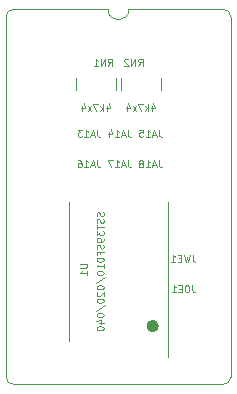
<source format=gbr>
%TF.GenerationSoftware,KiCad,Pcbnew,(5.1.5-0-10_14)*%
%TF.CreationDate,2021-03-11T16:13:23+01:00*%
%TF.ProjectId,C64-ROM-Adapter-LB,4336342d-524f-44d2-9d41-646170746572,1.1*%
%TF.SameCoordinates,Original*%
%TF.FileFunction,Legend,Bot*%
%TF.FilePolarity,Positive*%
%FSLAX46Y46*%
G04 Gerber Fmt 4.6, Leading zero omitted, Abs format (unit mm)*
G04 Created by KiCad (PCBNEW (5.1.5-0-10_14)) date 2021-03-11 16:13:23*
%MOMM*%
%LPD*%
G04 APERTURE LIST*
%ADD10C,0.050000*%
%ADD11C,0.120000*%
%ADD12C,0.500000*%
%ADD13C,0.100000*%
G04 APERTURE END LIST*
D10*
X122809000Y-48895000D02*
X130810000Y-48895000D01*
X122809000Y-48895000D02*
G75*
G02X121031000Y-48895000I-889000J0D01*
G01*
X131445000Y-80010000D02*
G75*
G02X130810000Y-80645000I-635000J0D01*
G01*
X113030000Y-80645000D02*
G75*
G02X112395000Y-80010000I0J635000D01*
G01*
X112395000Y-49530000D02*
G75*
G02X113030000Y-48895000I635000J0D01*
G01*
X130810000Y-48895000D02*
G75*
G02X131445000Y-49530000I0J-635000D01*
G01*
X112395000Y-80010000D02*
X112395000Y-49530000D01*
X130810000Y-80645000D02*
X113030000Y-80645000D01*
X131445000Y-49530000D02*
X131445000Y-80010000D01*
X113030000Y-48895000D02*
X121031000Y-48895000D01*
D11*
X118335000Y-55745000D02*
X118335000Y-54745000D01*
X121695000Y-55745000D02*
X121695000Y-54745000D01*
X117760000Y-71120000D02*
X117760000Y-65220000D01*
X117760000Y-71120000D02*
X117760000Y-77020000D01*
X126080000Y-71120000D02*
X126080000Y-65220000D01*
X126080000Y-71120000D02*
X126080000Y-78320000D01*
D12*
X125102843Y-75720000D02*
G75*
G03X125102843Y-75720000I-282843J0D01*
G01*
D11*
X122145000Y-55745000D02*
X122145000Y-54745000D01*
X125505000Y-55745000D02*
X125505000Y-54745000D01*
D13*
X121014285Y-53671428D02*
X121214285Y-53385714D01*
X121357142Y-53671428D02*
X121357142Y-53071428D01*
X121128571Y-53071428D01*
X121071428Y-53100000D01*
X121042857Y-53128571D01*
X121014285Y-53185714D01*
X121014285Y-53271428D01*
X121042857Y-53328571D01*
X121071428Y-53357142D01*
X121128571Y-53385714D01*
X121357142Y-53385714D01*
X120757142Y-53671428D02*
X120757142Y-53071428D01*
X120414285Y-53671428D01*
X120414285Y-53071428D01*
X119814285Y-53671428D02*
X120157142Y-53671428D01*
X119985714Y-53671428D02*
X119985714Y-53071428D01*
X120042857Y-53157142D01*
X120100000Y-53214285D01*
X120157142Y-53242857D01*
X120942857Y-57071428D02*
X120942857Y-57471428D01*
X121085714Y-56842857D02*
X121228571Y-57271428D01*
X120857142Y-57271428D01*
X120628571Y-57471428D02*
X120628571Y-56871428D01*
X120571428Y-57242857D02*
X120400000Y-57471428D01*
X120400000Y-57071428D02*
X120628571Y-57300000D01*
X120200000Y-56871428D02*
X119800000Y-56871428D01*
X120057142Y-57471428D01*
X119628571Y-57471428D02*
X119314285Y-57071428D01*
X119628571Y-57071428D02*
X119314285Y-57471428D01*
X118828571Y-57071428D02*
X118828571Y-57471428D01*
X118971428Y-56842857D02*
X119114285Y-57271428D01*
X118742857Y-57271428D01*
X118671428Y-70423857D02*
X119157142Y-70423857D01*
X119214285Y-70452428D01*
X119242857Y-70481000D01*
X119271428Y-70538142D01*
X119271428Y-70652428D01*
X119242857Y-70709571D01*
X119214285Y-70738142D01*
X119157142Y-70766714D01*
X118671428Y-70766714D01*
X119271428Y-71366714D02*
X119271428Y-71023857D01*
X119271428Y-71195285D02*
X118671428Y-71195285D01*
X118757142Y-71138142D01*
X118814285Y-71081000D01*
X118842857Y-71023857D01*
X120642857Y-66081000D02*
X120671428Y-66166714D01*
X120671428Y-66309571D01*
X120642857Y-66366714D01*
X120614285Y-66395285D01*
X120557142Y-66423857D01*
X120500000Y-66423857D01*
X120442857Y-66395285D01*
X120414285Y-66366714D01*
X120385714Y-66309571D01*
X120357142Y-66195285D01*
X120328571Y-66138142D01*
X120300000Y-66109571D01*
X120242857Y-66081000D01*
X120185714Y-66081000D01*
X120128571Y-66109571D01*
X120100000Y-66138142D01*
X120071428Y-66195285D01*
X120071428Y-66338142D01*
X120100000Y-66423857D01*
X120642857Y-66652428D02*
X120671428Y-66738142D01*
X120671428Y-66881000D01*
X120642857Y-66938142D01*
X120614285Y-66966714D01*
X120557142Y-66995285D01*
X120500000Y-66995285D01*
X120442857Y-66966714D01*
X120414285Y-66938142D01*
X120385714Y-66881000D01*
X120357142Y-66766714D01*
X120328571Y-66709571D01*
X120300000Y-66681000D01*
X120242857Y-66652428D01*
X120185714Y-66652428D01*
X120128571Y-66681000D01*
X120100000Y-66709571D01*
X120071428Y-66766714D01*
X120071428Y-66909571D01*
X120100000Y-66995285D01*
X120071428Y-67166714D02*
X120071428Y-67509571D01*
X120671428Y-67338142D02*
X120071428Y-67338142D01*
X120071428Y-67652428D02*
X120071428Y-68023857D01*
X120300000Y-67823857D01*
X120300000Y-67909571D01*
X120328571Y-67966714D01*
X120357142Y-67995285D01*
X120414285Y-68023857D01*
X120557142Y-68023857D01*
X120614285Y-67995285D01*
X120642857Y-67966714D01*
X120671428Y-67909571D01*
X120671428Y-67738142D01*
X120642857Y-67681000D01*
X120614285Y-67652428D01*
X120671428Y-68309571D02*
X120671428Y-68423857D01*
X120642857Y-68481000D01*
X120614285Y-68509571D01*
X120528571Y-68566714D01*
X120414285Y-68595285D01*
X120185714Y-68595285D01*
X120128571Y-68566714D01*
X120100000Y-68538142D01*
X120071428Y-68481000D01*
X120071428Y-68366714D01*
X120100000Y-68309571D01*
X120128571Y-68281000D01*
X120185714Y-68252428D01*
X120328571Y-68252428D01*
X120385714Y-68281000D01*
X120414285Y-68309571D01*
X120442857Y-68366714D01*
X120442857Y-68481000D01*
X120414285Y-68538142D01*
X120385714Y-68566714D01*
X120328571Y-68595285D01*
X120642857Y-68823857D02*
X120671428Y-68909571D01*
X120671428Y-69052428D01*
X120642857Y-69109571D01*
X120614285Y-69138142D01*
X120557142Y-69166714D01*
X120500000Y-69166714D01*
X120442857Y-69138142D01*
X120414285Y-69109571D01*
X120385714Y-69052428D01*
X120357142Y-68938142D01*
X120328571Y-68881000D01*
X120300000Y-68852428D01*
X120242857Y-68823857D01*
X120185714Y-68823857D01*
X120128571Y-68852428D01*
X120100000Y-68881000D01*
X120071428Y-68938142D01*
X120071428Y-69081000D01*
X120100000Y-69166714D01*
X120357142Y-69623857D02*
X120357142Y-69423857D01*
X120671428Y-69423857D02*
X120071428Y-69423857D01*
X120071428Y-69709571D01*
X120071428Y-70052428D02*
X120071428Y-70109571D01*
X120100000Y-70166714D01*
X120128571Y-70195285D01*
X120185714Y-70223857D01*
X120300000Y-70252428D01*
X120442857Y-70252428D01*
X120557142Y-70223857D01*
X120614285Y-70195285D01*
X120642857Y-70166714D01*
X120671428Y-70109571D01*
X120671428Y-70052428D01*
X120642857Y-69995285D01*
X120614285Y-69966714D01*
X120557142Y-69938142D01*
X120442857Y-69909571D01*
X120300000Y-69909571D01*
X120185714Y-69938142D01*
X120128571Y-69966714D01*
X120100000Y-69995285D01*
X120071428Y-70052428D01*
X120671428Y-70823857D02*
X120671428Y-70481000D01*
X120671428Y-70652428D02*
X120071428Y-70652428D01*
X120157142Y-70595285D01*
X120214285Y-70538142D01*
X120242857Y-70481000D01*
X120071428Y-71195285D02*
X120071428Y-71252428D01*
X120100000Y-71309571D01*
X120128571Y-71338142D01*
X120185714Y-71366714D01*
X120300000Y-71395285D01*
X120442857Y-71395285D01*
X120557142Y-71366714D01*
X120614285Y-71338142D01*
X120642857Y-71309571D01*
X120671428Y-71252428D01*
X120671428Y-71195285D01*
X120642857Y-71138142D01*
X120614285Y-71109571D01*
X120557142Y-71081000D01*
X120442857Y-71052428D01*
X120300000Y-71052428D01*
X120185714Y-71081000D01*
X120128571Y-71109571D01*
X120100000Y-71138142D01*
X120071428Y-71195285D01*
X120042857Y-72081000D02*
X120814285Y-71566714D01*
X120071428Y-72395285D02*
X120071428Y-72452428D01*
X120100000Y-72509571D01*
X120128571Y-72538142D01*
X120185714Y-72566714D01*
X120300000Y-72595285D01*
X120442857Y-72595285D01*
X120557142Y-72566714D01*
X120614285Y-72538142D01*
X120642857Y-72509571D01*
X120671428Y-72452428D01*
X120671428Y-72395285D01*
X120642857Y-72338142D01*
X120614285Y-72309571D01*
X120557142Y-72281000D01*
X120442857Y-72252428D01*
X120300000Y-72252428D01*
X120185714Y-72281000D01*
X120128571Y-72309571D01*
X120100000Y-72338142D01*
X120071428Y-72395285D01*
X120128571Y-72823857D02*
X120100000Y-72852428D01*
X120071428Y-72909571D01*
X120071428Y-73052428D01*
X120100000Y-73109571D01*
X120128571Y-73138142D01*
X120185714Y-73166714D01*
X120242857Y-73166714D01*
X120328571Y-73138142D01*
X120671428Y-72795285D01*
X120671428Y-73166714D01*
X120071428Y-73538142D02*
X120071428Y-73595285D01*
X120100000Y-73652428D01*
X120128571Y-73681000D01*
X120185714Y-73709571D01*
X120300000Y-73738142D01*
X120442857Y-73738142D01*
X120557142Y-73709571D01*
X120614285Y-73681000D01*
X120642857Y-73652428D01*
X120671428Y-73595285D01*
X120671428Y-73538142D01*
X120642857Y-73481000D01*
X120614285Y-73452428D01*
X120557142Y-73423857D01*
X120442857Y-73395285D01*
X120300000Y-73395285D01*
X120185714Y-73423857D01*
X120128571Y-73452428D01*
X120100000Y-73481000D01*
X120071428Y-73538142D01*
X120042857Y-74423857D02*
X120814285Y-73909571D01*
X120071428Y-74738142D02*
X120071428Y-74795285D01*
X120100000Y-74852428D01*
X120128571Y-74881000D01*
X120185714Y-74909571D01*
X120300000Y-74938142D01*
X120442857Y-74938142D01*
X120557142Y-74909571D01*
X120614285Y-74881000D01*
X120642857Y-74852428D01*
X120671428Y-74795285D01*
X120671428Y-74738142D01*
X120642857Y-74681000D01*
X120614285Y-74652428D01*
X120557142Y-74623857D01*
X120442857Y-74595285D01*
X120300000Y-74595285D01*
X120185714Y-74623857D01*
X120128571Y-74652428D01*
X120100000Y-74681000D01*
X120071428Y-74738142D01*
X120271428Y-75452428D02*
X120671428Y-75452428D01*
X120042857Y-75309571D02*
X120471428Y-75166714D01*
X120471428Y-75538142D01*
X120071428Y-75881000D02*
X120071428Y-75938142D01*
X120100000Y-75995285D01*
X120128571Y-76023857D01*
X120185714Y-76052428D01*
X120300000Y-76081000D01*
X120442857Y-76081000D01*
X120557142Y-76052428D01*
X120614285Y-76023857D01*
X120642857Y-75995285D01*
X120671428Y-75938142D01*
X120671428Y-75881000D01*
X120642857Y-75823857D01*
X120614285Y-75795285D01*
X120557142Y-75766714D01*
X120442857Y-75738142D01*
X120300000Y-75738142D01*
X120185714Y-75766714D01*
X120128571Y-75795285D01*
X120100000Y-75823857D01*
X120071428Y-75881000D01*
X120142857Y-59071428D02*
X120142857Y-59500000D01*
X120171428Y-59585714D01*
X120228571Y-59642857D01*
X120314285Y-59671428D01*
X120371428Y-59671428D01*
X119885714Y-59500000D02*
X119600000Y-59500000D01*
X119942857Y-59671428D02*
X119742857Y-59071428D01*
X119542857Y-59671428D01*
X119028571Y-59671428D02*
X119371428Y-59671428D01*
X119200000Y-59671428D02*
X119200000Y-59071428D01*
X119257142Y-59157142D01*
X119314285Y-59214285D01*
X119371428Y-59242857D01*
X118828571Y-59071428D02*
X118457142Y-59071428D01*
X118657142Y-59300000D01*
X118571428Y-59300000D01*
X118514285Y-59328571D01*
X118485714Y-59357142D01*
X118457142Y-59414285D01*
X118457142Y-59557142D01*
X118485714Y-59614285D01*
X118514285Y-59642857D01*
X118571428Y-59671428D01*
X118742857Y-59671428D01*
X118800000Y-59642857D01*
X118828571Y-59614285D01*
X122742857Y-59071428D02*
X122742857Y-59500000D01*
X122771428Y-59585714D01*
X122828571Y-59642857D01*
X122914285Y-59671428D01*
X122971428Y-59671428D01*
X122485714Y-59500000D02*
X122200000Y-59500000D01*
X122542857Y-59671428D02*
X122342857Y-59071428D01*
X122142857Y-59671428D01*
X121628571Y-59671428D02*
X121971428Y-59671428D01*
X121800000Y-59671428D02*
X121800000Y-59071428D01*
X121857142Y-59157142D01*
X121914285Y-59214285D01*
X121971428Y-59242857D01*
X121114285Y-59271428D02*
X121114285Y-59671428D01*
X121257142Y-59042857D02*
X121400000Y-59471428D01*
X121028571Y-59471428D01*
X125342857Y-59071428D02*
X125342857Y-59500000D01*
X125371428Y-59585714D01*
X125428571Y-59642857D01*
X125514285Y-59671428D01*
X125571428Y-59671428D01*
X125085714Y-59500000D02*
X124800000Y-59500000D01*
X125142857Y-59671428D02*
X124942857Y-59071428D01*
X124742857Y-59671428D01*
X124228571Y-59671428D02*
X124571428Y-59671428D01*
X124400000Y-59671428D02*
X124400000Y-59071428D01*
X124457142Y-59157142D01*
X124514285Y-59214285D01*
X124571428Y-59242857D01*
X123685714Y-59071428D02*
X123971428Y-59071428D01*
X124000000Y-59357142D01*
X123971428Y-59328571D01*
X123914285Y-59300000D01*
X123771428Y-59300000D01*
X123714285Y-59328571D01*
X123685714Y-59357142D01*
X123657142Y-59414285D01*
X123657142Y-59557142D01*
X123685714Y-59614285D01*
X123714285Y-59642857D01*
X123771428Y-59671428D01*
X123914285Y-59671428D01*
X123971428Y-59642857D01*
X124000000Y-59614285D01*
X120142857Y-61671428D02*
X120142857Y-62100000D01*
X120171428Y-62185714D01*
X120228571Y-62242857D01*
X120314285Y-62271428D01*
X120371428Y-62271428D01*
X119885714Y-62100000D02*
X119600000Y-62100000D01*
X119942857Y-62271428D02*
X119742857Y-61671428D01*
X119542857Y-62271428D01*
X119028571Y-62271428D02*
X119371428Y-62271428D01*
X119200000Y-62271428D02*
X119200000Y-61671428D01*
X119257142Y-61757142D01*
X119314285Y-61814285D01*
X119371428Y-61842857D01*
X118514285Y-61671428D02*
X118628571Y-61671428D01*
X118685714Y-61700000D01*
X118714285Y-61728571D01*
X118771428Y-61814285D01*
X118800000Y-61928571D01*
X118800000Y-62157142D01*
X118771428Y-62214285D01*
X118742857Y-62242857D01*
X118685714Y-62271428D01*
X118571428Y-62271428D01*
X118514285Y-62242857D01*
X118485714Y-62214285D01*
X118457142Y-62157142D01*
X118457142Y-62014285D01*
X118485714Y-61957142D01*
X118514285Y-61928571D01*
X118571428Y-61900000D01*
X118685714Y-61900000D01*
X118742857Y-61928571D01*
X118771428Y-61957142D01*
X118800000Y-62014285D01*
X122742857Y-61671428D02*
X122742857Y-62100000D01*
X122771428Y-62185714D01*
X122828571Y-62242857D01*
X122914285Y-62271428D01*
X122971428Y-62271428D01*
X122485714Y-62100000D02*
X122200000Y-62100000D01*
X122542857Y-62271428D02*
X122342857Y-61671428D01*
X122142857Y-62271428D01*
X121628571Y-62271428D02*
X121971428Y-62271428D01*
X121800000Y-62271428D02*
X121800000Y-61671428D01*
X121857142Y-61757142D01*
X121914285Y-61814285D01*
X121971428Y-61842857D01*
X121428571Y-61671428D02*
X121028571Y-61671428D01*
X121285714Y-62271428D01*
X125342857Y-61671428D02*
X125342857Y-62100000D01*
X125371428Y-62185714D01*
X125428571Y-62242857D01*
X125514285Y-62271428D01*
X125571428Y-62271428D01*
X125085714Y-62100000D02*
X124800000Y-62100000D01*
X125142857Y-62271428D02*
X124942857Y-61671428D01*
X124742857Y-62271428D01*
X124228571Y-62271428D02*
X124571428Y-62271428D01*
X124400000Y-62271428D02*
X124400000Y-61671428D01*
X124457142Y-61757142D01*
X124514285Y-61814285D01*
X124571428Y-61842857D01*
X123885714Y-61928571D02*
X123942857Y-61900000D01*
X123971428Y-61871428D01*
X124000000Y-61814285D01*
X124000000Y-61785714D01*
X123971428Y-61728571D01*
X123942857Y-61700000D01*
X123885714Y-61671428D01*
X123771428Y-61671428D01*
X123714285Y-61700000D01*
X123685714Y-61728571D01*
X123657142Y-61785714D01*
X123657142Y-61814285D01*
X123685714Y-61871428D01*
X123714285Y-61900000D01*
X123771428Y-61928571D01*
X123885714Y-61928571D01*
X123942857Y-61957142D01*
X123971428Y-61985714D01*
X124000000Y-62042857D01*
X124000000Y-62157142D01*
X123971428Y-62214285D01*
X123942857Y-62242857D01*
X123885714Y-62271428D01*
X123771428Y-62271428D01*
X123714285Y-62242857D01*
X123685714Y-62214285D01*
X123657142Y-62157142D01*
X123657142Y-62042857D01*
X123685714Y-61985714D01*
X123714285Y-61957142D01*
X123771428Y-61928571D01*
X128185714Y-72271428D02*
X128185714Y-72700000D01*
X128214285Y-72785714D01*
X128271428Y-72842857D01*
X128357142Y-72871428D01*
X128414285Y-72871428D01*
X127785714Y-72271428D02*
X127671428Y-72271428D01*
X127614285Y-72300000D01*
X127557142Y-72357142D01*
X127528571Y-72471428D01*
X127528571Y-72671428D01*
X127557142Y-72785714D01*
X127614285Y-72842857D01*
X127671428Y-72871428D01*
X127785714Y-72871428D01*
X127842857Y-72842857D01*
X127900000Y-72785714D01*
X127928571Y-72671428D01*
X127928571Y-72471428D01*
X127900000Y-72357142D01*
X127842857Y-72300000D01*
X127785714Y-72271428D01*
X127271428Y-72557142D02*
X127071428Y-72557142D01*
X126985714Y-72871428D02*
X127271428Y-72871428D01*
X127271428Y-72271428D01*
X126985714Y-72271428D01*
X126414285Y-72871428D02*
X126757142Y-72871428D01*
X126585714Y-72871428D02*
X126585714Y-72271428D01*
X126642857Y-72357142D01*
X126700000Y-72414285D01*
X126757142Y-72442857D01*
X128214285Y-69671428D02*
X128214285Y-70100000D01*
X128242857Y-70185714D01*
X128300000Y-70242857D01*
X128385714Y-70271428D01*
X128442857Y-70271428D01*
X127985714Y-69671428D02*
X127842857Y-70271428D01*
X127728571Y-69842857D01*
X127614285Y-70271428D01*
X127471428Y-69671428D01*
X127242857Y-69957142D02*
X127042857Y-69957142D01*
X126957142Y-70271428D02*
X127242857Y-70271428D01*
X127242857Y-69671428D01*
X126957142Y-69671428D01*
X126385714Y-70271428D02*
X126728571Y-70271428D01*
X126557142Y-70271428D02*
X126557142Y-69671428D01*
X126614285Y-69757142D01*
X126671428Y-69814285D01*
X126728571Y-69842857D01*
X123614285Y-53671428D02*
X123814285Y-53385714D01*
X123957142Y-53671428D02*
X123957142Y-53071428D01*
X123728571Y-53071428D01*
X123671428Y-53100000D01*
X123642857Y-53128571D01*
X123614285Y-53185714D01*
X123614285Y-53271428D01*
X123642857Y-53328571D01*
X123671428Y-53357142D01*
X123728571Y-53385714D01*
X123957142Y-53385714D01*
X123357142Y-53671428D02*
X123357142Y-53071428D01*
X123014285Y-53671428D01*
X123014285Y-53071428D01*
X122757142Y-53128571D02*
X122728571Y-53100000D01*
X122671428Y-53071428D01*
X122528571Y-53071428D01*
X122471428Y-53100000D01*
X122442857Y-53128571D01*
X122414285Y-53185714D01*
X122414285Y-53242857D01*
X122442857Y-53328571D01*
X122785714Y-53671428D01*
X122414285Y-53671428D01*
X124742857Y-57071428D02*
X124742857Y-57471428D01*
X124885714Y-56842857D02*
X125028571Y-57271428D01*
X124657142Y-57271428D01*
X124428571Y-57471428D02*
X124428571Y-56871428D01*
X124371428Y-57242857D02*
X124200000Y-57471428D01*
X124200000Y-57071428D02*
X124428571Y-57300000D01*
X124000000Y-56871428D02*
X123600000Y-56871428D01*
X123857142Y-57471428D01*
X123428571Y-57471428D02*
X123114285Y-57071428D01*
X123428571Y-57071428D02*
X123114285Y-57471428D01*
X122628571Y-57071428D02*
X122628571Y-57471428D01*
X122771428Y-56842857D02*
X122914285Y-57271428D01*
X122542857Y-57271428D01*
M02*

</source>
